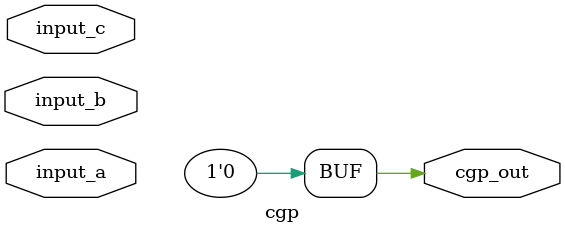
<source format=v>
module cgp(input [2:0] input_a, input [2:0] input_b, input [2:0] input_c, output [0:0] cgp_out);
  wire cgp_core_012;
  wire cgp_core_013;
  wire cgp_core_014;
  wire cgp_core_015;
  wire cgp_core_016;
  wire cgp_core_017;
  wire cgp_core_018;
  wire cgp_core_020;
  wire cgp_core_022;
  wire cgp_core_023;
  wire cgp_core_024;
  wire cgp_core_026;
  wire cgp_core_027;
  wire cgp_core_028;
  wire cgp_core_029;
  wire cgp_core_030;
  wire cgp_core_031;
  wire cgp_core_039;
  wire cgp_core_041;

  assign cgp_core_012 = ~(input_a[0] & input_b[0]);
  assign cgp_core_013 = ~(input_a[1] & input_b[1]);
  assign cgp_core_014 = input_b[0] & input_c[1];
  assign cgp_core_015 = cgp_core_013 ^ input_c[2];
  assign cgp_core_016 = cgp_core_013 & cgp_core_012;
  assign cgp_core_017 = ~input_a[0];
  assign cgp_core_018 = input_c[1] ^ input_b[1];
  assign cgp_core_020 = input_a[2] ^ input_b[1];
  assign cgp_core_022 = ~(input_c[0] ^ input_b[2]);
  assign cgp_core_023 = ~input_a[0];
  assign cgp_core_024 = ~input_b[1];
  assign cgp_core_026 = input_b[1] | input_c[2];
  assign cgp_core_027 = ~(cgp_core_026 ^ input_c[2]);
  assign cgp_core_028 = ~(input_b[2] ^ input_c[1]);
  assign cgp_core_029 = cgp_core_028 & input_c[0];
  assign cgp_core_030 = ~input_a[1];
  assign cgp_core_031 = ~input_b[1];
  assign cgp_core_039 = input_a[0] & input_c[2];
  assign cgp_core_041 = ~(input_c[1] ^ input_a[2]);

  assign cgp_out[0] = 1'b0;
endmodule
</source>
